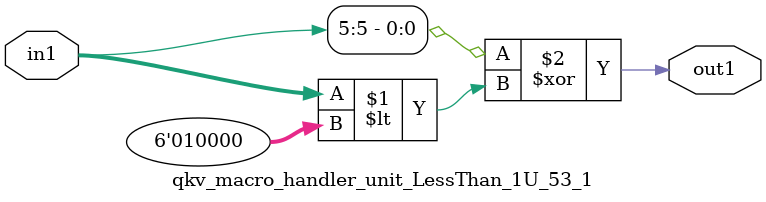
<source format=v>

`timescale 1ps / 1ps


module qkv_macro_handler_unit_LessThan_1U_53_1( in1, out1 );

    input [5:0] in1;
    output out1;

    
    // rtl_process:qkv_macro_handler_hub_LessThan_1U_11_1/qkv_macro_handler_hub_LessThan_1U_11_1_thread_1
    assign out1 = (in1[5] ^ in1 < 6'd16);

endmodule





</source>
